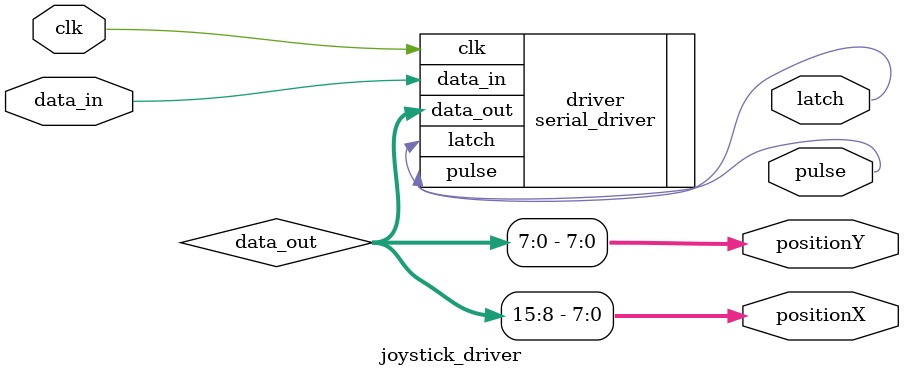
<source format=sv>
module joystick_driver
(
    input clk,
    input data_in,
    output reg latch,
    output reg pulse,
    output reg [7:0] positionX,
    output reg [7:0] positionY
);

    reg[15:0] data_out;
    

    serial_driver #(.BITS(16)) driver (
        .clk(clk),
        .data_in(data_in),
        .latch(latch),
        .pulse(pulse),
        .data_out(data_out)
    );
    
    assign positionX = data_out[15:8];
    assign positionY = data_out[7:0];
    
endmodule

</source>
